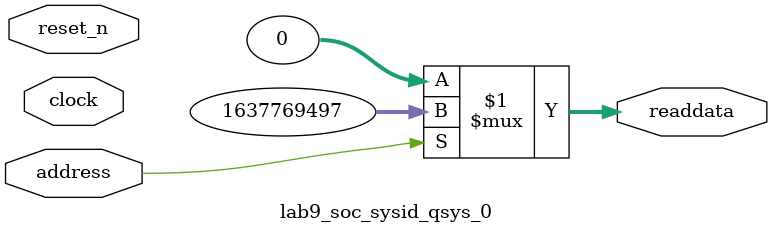
<source format=v>



// synthesis translate_off
`timescale 1ns / 1ps
// synthesis translate_on

// turn off superfluous verilog processor warnings 
// altera message_level Level1 
// altera message_off 10034 10035 10036 10037 10230 10240 10030 

module lab9_soc_sysid_qsys_0 (
               // inputs:
                address,
                clock,
                reset_n,

               // outputs:
                readdata
             )
;

  output  [ 31: 0] readdata;
  input            address;
  input            clock;
  input            reset_n;

  wire    [ 31: 0] readdata;
  //control_slave, which is an e_avalon_slave
  assign readdata = address ? 1637769497 : 0;

endmodule



</source>
